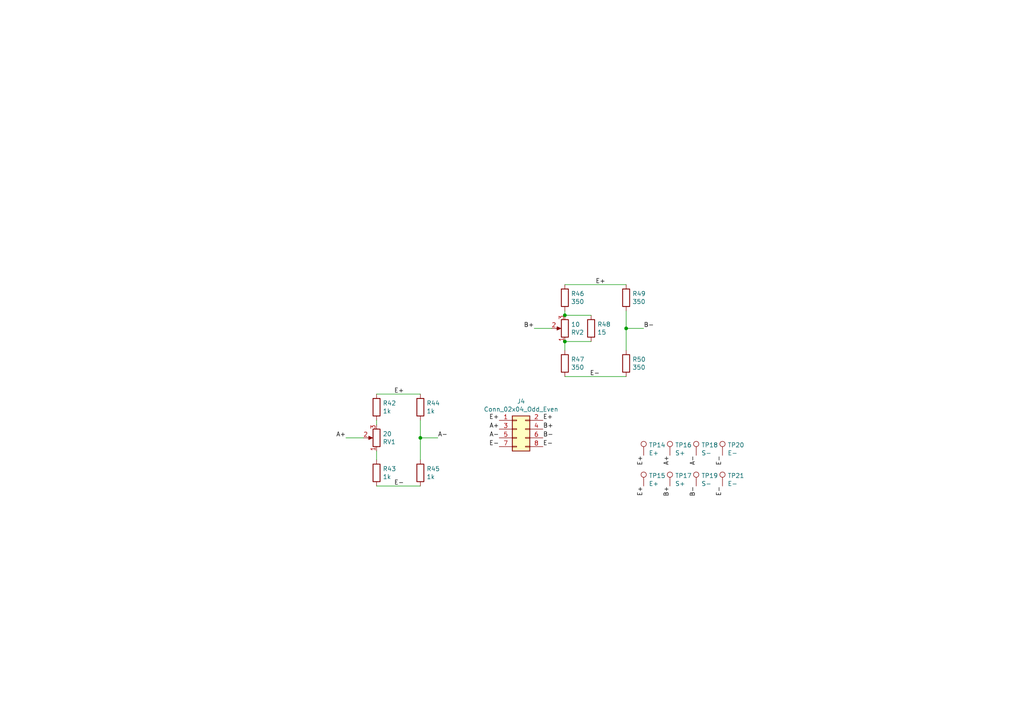
<source format=kicad_sch>
(kicad_sch (version 20211123) (generator eeschema)
  (paper "A4")
  (title_block (title "ForcelogADC_MB-DEV_v${VERSION}") (rev "${REVISION}"))
  (lib_symbols
    (symbol "Connector:TestPoint" (pin_numbers hide) (pin_names (offset 0.762) hide)
      (property "Reference" "TP" (at 0 6.858 0))
      (property "Value" "Connector_TestPoint" (at 0 5.08 0))
      (symbol "TestPoint_0_1"
        (circle (center 0 3.302) (radius 0.762))
      )
      (symbol "TestPoint_1_1"
        (pin passive line (at 0 0 90) (length 2.54) (name "1") (number "1"))
      )
    )
    (symbol "Connector_Generic:Conn_02x04_Odd_Even" (pin_names (offset 1.016) hide)
      (property "Reference" "J" (at 1.27 5.08 0))
      (property "Value" "Connector_Generic_Conn_02x04_Odd_Even" (at 1.27 -7.62 0))
      (symbol "Conn_02x04_Odd_Even_1_1"
        (rectangle (start -1.27 -4.953) (end 0 -5.207) (stroke (width 0.1524)))
        (rectangle (start -1.27 -2.413) (end 0 -2.667) (stroke (width 0.1524)))
        (rectangle (start -1.27 0.127) (end 0 -0.127) (stroke (width 0.1524)))
        (rectangle (start -1.27 2.667) (end 0 2.413) (stroke (width 0.1524)))
        (rectangle (start -1.27 3.81) (end 3.81 -6.35) (stroke (width 0.254)) (fill (type background)))
        (rectangle (start 3.81 -4.953) (end 2.54 -5.207) (stroke (width 0.1524)))
        (rectangle (start 3.81 -2.413) (end 2.54 -2.667) (stroke (width 0.1524)))
        (rectangle (start 3.81 0.127) (end 2.54 -0.127) (stroke (width 0.1524)))
        (rectangle (start 3.81 2.667) (end 2.54 2.413) (stroke (width 0.1524)))
        (pin passive line (at -5.08 2.54 0) (length 3.81) (name "Pin_1") (number "1"))
        (pin passive line (at 7.62 2.54 180) (length 3.81) (name "Pin_2") (number "2"))
        (pin passive line (at -5.08 0 0) (length 3.81) (name "Pin_3") (number "3"))
        (pin passive line (at 7.62 0 180) (length 3.81) (name "Pin_4") (number "4"))
        (pin passive line (at -5.08 -2.54 0) (length 3.81) (name "Pin_5") (number "5"))
        (pin passive line (at 7.62 -2.54 180) (length 3.81) (name "Pin_6") (number "6"))
        (pin passive line (at -5.08 -5.08 0) (length 3.81) (name "Pin_7") (number "7"))
        (pin passive line (at 7.62 -5.08 180) (length 3.81) (name "Pin_8") (number "8"))
      )
    )
    (symbol "Device:R" (pin_numbers hide) (pin_names (offset 0))
      (property "Reference" "R" (at 2.032 0 90))
      (property "Value" "Device_R" (at 0 0 90))
      (symbol "R_0_1"
        (rectangle (start -1.016 -2.54) (end 1.016 2.54) (stroke (width 0.254)))
      )
      (symbol "R_1_1"
        (pin passive line (at 0 3.81 270) (length 1.27) (name "~") (number "1"))
        (pin passive line (at 0 -3.81 90) (length 1.27) (name "~") (number "2"))
      )
    )
    (symbol "Device:R_Potentiometer" (pin_names (offset 1.016) hide)
      (property "Reference" "RV" (at -4.445 0 90))
      (property "Value" "Device_R_Potentiometer" (at -2.54 0 90))
      (symbol "R_Potentiometer_0_1"
        (polyline (pts (xy 2.54 0) (xy 1.524 0)))
        (polyline (pts (xy 1.143 0) (xy 2.286 0.508) (xy 2.286 -0.508) (xy 1.143 0)) (fill (type outline)))
        (rectangle (start 1.016 2.54) (end -1.016 -2.54) (stroke (width 0.254)))
      )
      (symbol "R_Potentiometer_1_1"
        (pin passive line (at 0 3.81 270) (length 1.27) (name "1") (number "1"))
        (pin passive line (at 3.81 0 180) (length 1.27) (name "2") (number "2"))
        (pin passive line (at 0 -3.81 90) (length 1.27) (name "3") (number "3"))
      )
    )
  )
  (junction (at 181.61 95.25))
  (junction (at 121.92 127))
  (junction (at 163.83 91.44))
  (junction (at 163.83 99.06))
  (wire (pts (xy 121.92 121.92) (xy 121.92 127)))
  (wire (pts (xy 181.61 95.25) (xy 181.61 101.6)))
  (wire (pts (xy 105.41 127) (xy 100.33 127)))
  (wire (pts (xy 171.45 91.44) (xy 163.83 91.44)))
  (wire (pts (xy 109.22 140.97) (xy 121.92 140.97)))
  (wire (pts (xy 109.22 130.81) (xy 109.22 133.35)))
  (wire (pts (xy 160.02 95.25) (xy 154.94 95.25)))
  (wire (pts (xy 163.83 99.06) (xy 163.83 101.6)))
  (wire (pts (xy 121.92 127) (xy 127 127)))
  (wire (pts (xy 181.61 95.25) (xy 186.69 95.25)))
  (wire (pts (xy 171.45 99.06) (xy 163.83 99.06)))
  (wire (pts (xy 163.83 91.44) (xy 163.83 90.17)))
  (wire (pts (xy 121.92 127) (xy 121.92 133.35)))
  (wire (pts (xy 163.83 109.22) (xy 181.61 109.22)))
  (wire (pts (xy 163.83 82.55) (xy 181.61 82.55)))
  (wire (pts (xy 109.22 114.3) (xy 121.92 114.3)))
  (wire (pts (xy 109.22 123.19) (xy 109.22 121.92)))
  (wire (pts (xy 181.61 90.17) (xy 181.61 95.25)))
  (label "E-" (at 209.55 140.97 270))
  (label "B+" (at 154.94 95.25 180))
  (label "B-" (at 186.69 95.25 0))
  (label "A+" (at 194.31 132.08 270))
  (label "E+" (at 144.78 121.92 180))
  (label "A+" (at 144.78 124.46 180))
  (label "A-" (at 144.78 127 180))
  (label "A-" (at 201.93 132.08 270))
  (label "B+" (at 157.48 124.46 0))
  (label "E-" (at 173.99 109.22 180))
  (label "E+" (at 157.48 121.92 0))
  (label "E+" (at 186.69 132.08 270))
  (label "E-" (at 144.78 129.54 180))
  (label "A+" (at 100.33 127 180))
  (label "B+" (at 194.31 140.97 270))
  (label "E+" (at 172.72 82.55 0))
  (label "E-" (at 114.3 140.97 0))
  (label "E+" (at 114.3 114.3 0))
  (label "A-" (at 127 127 0))
  (label "E+" (at 186.69 140.97 270))
  (label "B-" (at 201.93 140.97 270))
  (label "E-" (at 209.55 132.08 270))
  (label "E-" (at 157.48 129.54 0))
  (label "B-" (at 157.48 127 0))
  (symbol (lib_id "Device:R_Potentiometer") (at 109.22 127 180) (unit 1)
    (property "Reference" "RV1" (at 110.998 128.1684 0) (effects (justify right)))
    (property "Value" "20" (at 110.998 125.857 0) (effects (justify right)))
    (property "Footprint" "Potentiometer_THT:Potentiometer_Bourns_3386P_Vertical" (effects hide))
    (property "Digikey" "3386P-1-200TLF-ND" (effects hide))
  )
  (symbol (lib_id "Device:R") (at 109.22 118.11 0) (unit 1)
    (property "Reference" "R42" (at 110.998 116.9416 0) (effects (justify left)))
    (property "Value" "1k" (at 110.998 119.253 0) (effects (justify left)))
    (property "Footprint" "Resistor_SMD:R_1206_3216Metric_Pad1.30x1.75mm_HandSolder" (effects hide))
    (property "LCSC" "C131398" (effects hide))
    (property "Digikey" "311-1.00KFRCT-ND" (effects hide))
  )
  (symbol (lib_id "Device:R") (at 109.22 137.16 0) (unit 1)
    (property "Reference" "R43" (at 110.998 135.9916 0) (effects (justify left)))
    (property "Value" "1k" (at 110.998 138.303 0) (effects (justify left)))
    (property "Footprint" "Resistor_SMD:R_1206_3216Metric_Pad1.30x1.75mm_HandSolder" (effects hide))
    (property "LCSC" "C131398" (effects hide))
    (property "Digikey" "311-1.00KFRCT-ND" (effects hide))
  )
  (symbol (lib_id "Device:R") (at 121.92 137.16 0) (unit 1)
    (property "Reference" "R45" (at 123.698 135.9916 0) (effects (justify left)))
    (property "Value" "1k" (at 123.698 138.303 0) (effects (justify left)))
    (property "Footprint" "Resistor_SMD:R_1206_3216Metric_Pad1.30x1.75mm_HandSolder" (effects hide))
    (property "LCSC" "C131398" (effects hide))
    (property "Digikey" "311-1.00KFRCT-ND" (effects hide))
  )
  (symbol (lib_id "Device:R") (at 121.92 118.11 0) (unit 1)
    (property "Reference" "R44" (at 123.698 116.9416 0) (effects (justify left)))
    (property "Value" "1k" (at 123.698 119.253 0) (effects (justify left)))
    (property "Footprint" "Resistor_SMD:R_1206_3216Metric_Pad1.30x1.75mm_HandSolder" (effects hide))
    (property "LCSC" "C131398" (effects hide))
    (property "Digikey" "311-1.00KFRCT-ND" (effects hide))
  )
  (symbol (lib_id "Device:R_Potentiometer") (at 163.83 95.25 180) (unit 1)
    (property "Reference" "RV2" (at 165.608 96.4184 0) (effects (justify right)))
    (property "Value" "10" (at 165.608 94.107 0) (effects (justify right)))
    (property "Footprint" "Potentiometer_THT:Potentiometer_Bourns_3386P_Vertical" (effects hide))
    (property "LCSC" "C116299" (effects hide))
    (property "Digikey" "N/A" (effects hide))
  )
  (symbol (lib_id "Device:R") (at 163.83 86.36 0) (unit 1)
    (property "Reference" "R46" (at 165.608 85.1916 0) (effects (justify left)))
    (property "Value" "350" (at 165.608 87.503 0) (effects (justify left)))
    (property "Footprint" "Resistor_SMD:R_1206_3216Metric_Pad1.30x1.75mm_HandSolder" (effects hide))
    (property "LCSC" "C163378" (effects hide))
    (property "Digikey" "311-360FRCT-ND" (effects hide))
  )
  (symbol (lib_id "Device:R") (at 163.83 105.41 0) (unit 1)
    (property "Reference" "R47" (at 165.608 104.2416 0) (effects (justify left)))
    (property "Value" "350" (at 165.608 106.553 0) (effects (justify left)))
    (property "Footprint" "Resistor_SMD:R_1206_3216Metric_Pad1.30x1.75mm_HandSolder" (effects hide))
    (property "LCSC" "C163378" (effects hide))
    (property "Digikey" "311-360FRCT-ND" (effects hide))
  )
  (symbol (lib_id "Device:R") (at 181.61 105.41 0) (unit 1)
    (property "Reference" "R50" (at 183.388 104.2416 0) (effects (justify left)))
    (property "Value" "350" (at 183.388 106.553 0) (effects (justify left)))
    (property "Footprint" "Resistor_SMD:R_1206_3216Metric_Pad1.30x1.75mm_HandSolder" (effects hide))
    (property "LCSC" "C163378" (effects hide))
    (property "Digikey" "311-360FRCT-ND" (effects hide))
  )
  (symbol (lib_id "Device:R") (at 181.61 86.36 0) (unit 1)
    (property "Reference" "R49" (at 183.388 85.1916 0) (effects (justify left)))
    (property "Value" "350" (at 183.388 87.503 0) (effects (justify left)))
    (property "Footprint" "Resistor_SMD:R_1206_3216Metric_Pad1.30x1.75mm_HandSolder" (effects hide))
    (property "LCSC" "C163378" (effects hide))
    (property "Digikey" "311-360FRCT-ND" (effects hide))
  )
  (symbol (lib_id "Device:R") (at 171.45 95.25 0) (unit 1)
    (property "Reference" "R48" (at 173.228 94.0816 0) (effects (justify left)))
    (property "Value" "15" (at 173.228 96.393 0) (effects (justify left)))
    (property "Footprint" "Resistor_SMD:R_1206_3216Metric_Pad1.30x1.75mm_HandSolder" (effects hide))
    (property "LCSC" "C137386" (effects hide))
    (property "Digikey" "311-15.0FRCT-ND" (effects hide))
  )
  (symbol (lib_id "Connector:TestPoint") (at 186.69 132.08 0) (unit 1)
    (property "Reference" "TP14" (at 188.1632 129.0828 0) (effects (justify left)))
    (property "Value" "E+" (at 188.1632 131.3942 0) (effects (justify left)))
    (property "Footprint" "Connector_PinHeader_2.54mm:PinHeader_1x01_P2.54mm_Vertical" (effects hide))
  )
  (symbol (lib_id "Connector:TestPoint") (at 194.31 132.08 0) (unit 1)
    (property "Reference" "TP16" (at 195.7832 129.0828 0) (effects (justify left)))
    (property "Value" "S+" (at 195.7832 131.3942 0) (effects (justify left)))
    (property "Footprint" "Connector_PinHeader_2.54mm:PinHeader_1x01_P2.54mm_Vertical" (effects hide))
  )
  (symbol (lib_id "Connector:TestPoint") (at 201.93 132.08 0) (unit 1)
    (property "Reference" "TP18" (at 203.4032 129.0828 0) (effects (justify left)))
    (property "Value" "S-" (at 203.4032 131.3942 0) (effects (justify left)))
    (property "Footprint" "Connector_PinHeader_2.54mm:PinHeader_1x01_P2.54mm_Vertical" (effects hide))
  )
  (symbol (lib_id "Connector:TestPoint") (at 209.55 132.08 0) (unit 1)
    (property "Reference" "TP20" (at 211.0232 129.0828 0) (effects (justify left)))
    (property "Value" "E-" (at 211.0232 131.3942 0) (effects (justify left)))
    (property "Footprint" "Connector_PinHeader_2.54mm:PinHeader_1x01_P2.54mm_Vertical" (effects hide))
  )
  (symbol (lib_id "Connector:TestPoint") (at 186.69 140.97 0) (unit 1)
    (property "Reference" "TP15" (at 188.1632 137.9728 0) (effects (justify left)))
    (property "Value" "E+" (at 188.1632 140.2842 0) (effects (justify left)))
    (property "Footprint" "Connector_PinHeader_2.54mm:PinHeader_1x01_P2.54mm_Vertical" (effects hide))
  )
  (symbol (lib_id "Connector:TestPoint") (at 194.31 140.97 0) (unit 1)
    (property "Reference" "TP17" (at 195.7832 137.9728 0) (effects (justify left)))
    (property "Value" "S+" (at 195.7832 140.2842 0) (effects (justify left)))
    (property "Footprint" "Connector_PinHeader_2.54mm:PinHeader_1x01_P2.54mm_Vertical" (effects hide))
  )
  (symbol (lib_id "Connector:TestPoint") (at 201.93 140.97 0) (unit 1)
    (property "Reference" "TP19" (at 203.4032 137.9728 0) (effects (justify left)))
    (property "Value" "S-" (at 203.4032 140.2842 0) (effects (justify left)))
    (property "Footprint" "Connector_PinHeader_2.54mm:PinHeader_1x01_P2.54mm_Vertical" (effects hide))
  )
  (symbol (lib_id "Connector:TestPoint") (at 209.55 140.97 0) (unit 1)
    (property "Reference" "TP21" (at 211.0232 137.9728 0) (effects (justify left)))
    (property "Value" "E-" (at 211.0232 140.2842 0) (effects (justify left)))
    (property "Footprint" "Connector_PinHeader_2.54mm:PinHeader_1x01_P2.54mm_Vertical" (effects hide))
  )
  (symbol (lib_id "Connector_Generic:Conn_02x04_Odd_Even") (at 149.86 124.46 0) (unit 1)
    (property "Reference" "J4" (at 151.13 116.4082 0))
    (property "Value" "Conn_02x04_Odd_Even" (at 151.13 118.7196 0))
    (property "Footprint" "Connector_PinHeader_2.54mm:PinHeader_2x04_P2.54mm_Horizontal" (effects hide))
    (property "LCSC" "C358706" (effects hide))
    (property "Digikey" "2057-PH2RA-08-UA-ND" (effects hide))
  )
)
</source>
